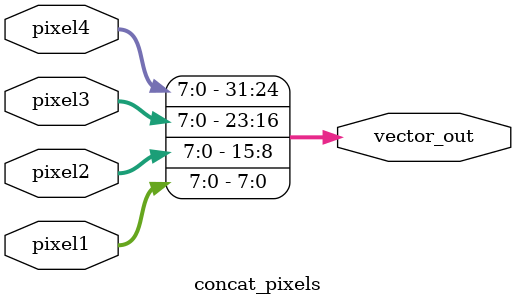
<source format=v>
`timescale 1ns / 1ps
module concat_pixels(
    input [7:0] pixel1,
    input [7:0] pixel2,
    input [7:0] pixel3,
    input [7:0] pixel4,
    output [31:0] vector_out
    );
	 
	 assign vector_out = {pixel4, pixel3, pixel2, pixel1};

endmodule

</source>
